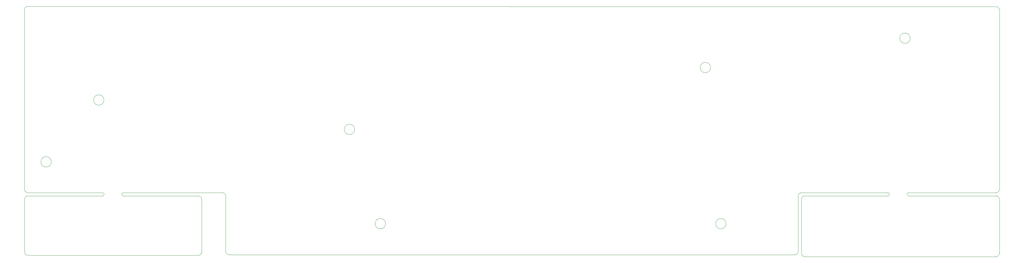
<source format=gbr>
%TF.GenerationSoftware,KiCad,Pcbnew,7.0.7*%
%TF.CreationDate,2023-09-01T02:06:52-04:00*%
%TF.ProjectId,rowStaggeredSplit,726f7753-7461-4676-9765-72656453706c,rev?*%
%TF.SameCoordinates,Original*%
%TF.FileFunction,Profile,NP*%
%FSLAX46Y46*%
G04 Gerber Fmt 4.6, Leading zero omitted, Abs format (unit mm)*
G04 Created by KiCad (PCBNEW 7.0.7) date 2023-09-01 02:06:52*
%MOMM*%
%LPD*%
G01*
G04 APERTURE LIST*
%TA.AperFunction,Profile*%
%ADD10C,0.100000*%
%TD*%
G04 APERTURE END LIST*
D10*
X317353750Y-196215000D02*
G75*
G03*
X317353750Y-196215000I-1600000J0D01*
G01*
X344800000Y-245800000D02*
X344800000Y-262500000D01*
X75200000Y-243800000D02*
G75*
G03*
X75200000Y-244800000I0J-500000D01*
G01*
X69227500Y-215265000D02*
G75*
G03*
X69227500Y-215265000I-1600000J0D01*
G01*
X283900000Y-262492893D02*
X283900000Y-245800000D01*
X343800000Y-263500000D02*
G75*
G03*
X344800000Y-262500000I0J1000000D01*
G01*
X255917500Y-205263750D02*
G75*
G03*
X255917500Y-205263750I-1600000J0D01*
G01*
X310500000Y-244800000D02*
G75*
G03*
X310500000Y-243800000I0J500000D01*
G01*
X283900000Y-243800000D02*
X310500000Y-243800000D01*
X44800000Y-187400000D02*
X44800000Y-242800000D01*
X45800000Y-186400000D02*
X343800000Y-186500000D01*
X284900000Y-244800000D02*
G75*
G03*
X283900000Y-245800000I0J-1000000D01*
G01*
X282900000Y-244800000D02*
X282900000Y-261900000D01*
X44800000Y-262100000D02*
X44800000Y-257100000D01*
X343800000Y-263500000D02*
X284900000Y-263492893D01*
X283900000Y-243800000D02*
G75*
G03*
X282900000Y-244800000I0J-1000000D01*
G01*
X44800000Y-242800000D02*
G75*
G03*
X45800000Y-243800000I1000000J0D01*
G01*
X316900000Y-243800000D02*
X343800000Y-243800000D01*
X68800000Y-243800000D02*
X45800000Y-243800000D01*
X344800000Y-187500000D02*
X344800000Y-242800000D01*
X105700000Y-243800000D02*
X75200000Y-243800000D01*
X155905000Y-253365000D02*
G75*
G03*
X155905000Y-253365000I-1600000J0D01*
G01*
X98300000Y-263100000D02*
G75*
G03*
X99300000Y-262100000I0J1000000D01*
G01*
X344800000Y-245800000D02*
G75*
G03*
X343800000Y-244800000I-1000000J0D01*
G01*
X281900000Y-262900000D02*
X107700000Y-262900000D01*
X343800000Y-243800000D02*
G75*
G03*
X344800000Y-242800000I0J1000000D01*
G01*
X316900000Y-243800000D02*
G75*
G03*
X316900000Y-244800000I0J-500000D01*
G01*
X146380000Y-224313750D02*
G75*
G03*
X146380000Y-224313750I-1600000J0D01*
G01*
X68800000Y-244800000D02*
G75*
G03*
X68800000Y-243800000I0J500000D01*
G01*
X99300000Y-245800000D02*
X99300000Y-262100000D01*
X44800000Y-245800000D02*
X44800000Y-257100000D01*
X284900000Y-244800000D02*
X310500000Y-244800000D01*
X99300000Y-245800000D02*
G75*
G03*
X98300000Y-244800000I-1000000J0D01*
G01*
X281900000Y-262900000D02*
G75*
G03*
X282900000Y-261900000I0J1000000D01*
G01*
X283900007Y-262492893D02*
G75*
G03*
X284900000Y-263492893I999993J-7D01*
G01*
X106700000Y-261900000D02*
G75*
G03*
X107700000Y-262900000I1000000J0D01*
G01*
X260680000Y-253365000D02*
G75*
G03*
X260680000Y-253365000I-1600000J0D01*
G01*
X316900000Y-244800000D02*
X343800000Y-244800000D01*
X68800000Y-244800000D02*
X45800000Y-244800000D01*
X45800000Y-186400000D02*
G75*
G03*
X44800000Y-187400000I0J-1000000D01*
G01*
X75200000Y-244800000D02*
X98300000Y-244800000D01*
X106700000Y-261900000D02*
X106700000Y-244800000D01*
X106700000Y-244800000D02*
G75*
G03*
X105700000Y-243800000I-1000000J0D01*
G01*
X53035000Y-234315000D02*
G75*
G03*
X53035000Y-234315000I-1600000J0D01*
G01*
X45800000Y-244800000D02*
G75*
G03*
X44800000Y-245800000I0J-1000000D01*
G01*
X44800000Y-262100000D02*
G75*
G03*
X45800000Y-263100000I1000000J0D01*
G01*
X344800000Y-187500000D02*
G75*
G03*
X343800000Y-186500000I-1000000J0D01*
G01*
X98300000Y-263100000D02*
X45800000Y-263100000D01*
M02*

</source>
